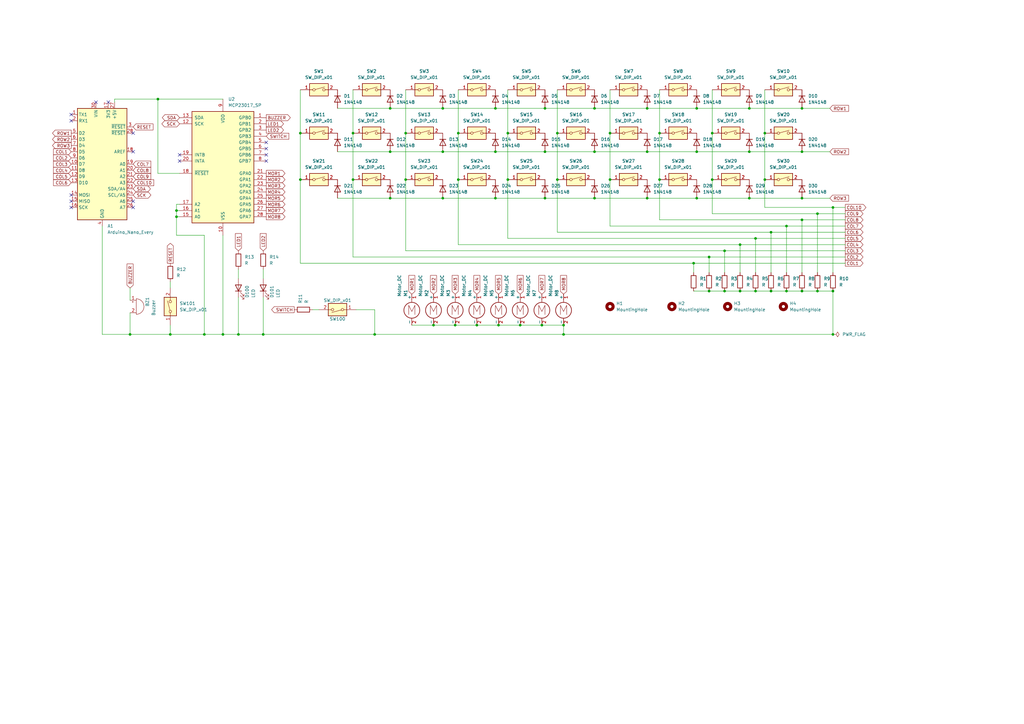
<source format=kicad_sch>
(kicad_sch (version 20250114) (generator "eeschema") (generator_version "9.0")
  (paper "A3")
  (title_block (title "Trainer V5") (date "2025-10-05") (rev "5"))
  (lib_symbols
    (symbol "Device:Buzzer" (pin_names (offset 0.0254) (hide yes))
      (property "Reference" "BZ" (at 3.81 1.27 0))
      (property "Value" "Buzzer" (at 3.81 -1.27 0))
      (symbol "Buzzer_1_1"
        (pin passive line (at -2.54 2.54 0) (length 2.54) (name "+") (number "1"))
        (pin passive line (at -2.54 -2.54 0) (length 2.54) (name "-") (number "2"))
      )
    )
    (symbol "Device:LED" (pin_numbers (hide yes)) (pin_names (offset 1.016) (hide yes))
      (property "Reference" "D" (at 0 2.54 0))
      (property "Value" "LED" (at 0 -2.54 0))
      (symbol "LED_1_1"
        (pin passive line (at -3.81 0 0) (length 2.54) (name "K") (number "1"))
        (pin passive line (at 3.81 0 180) (length 2.54) (name "A") (number "2"))
      )
    )
    (symbol "Device:R" (pin_numbers (hide yes)) (pin_names (offset 0))
      (property "Reference" "R" (at 2.032 0 90))
      (property "Value" "R" (at 0 0 90))
      (symbol "R_1_1"
        (pin passive line (at 0 3.81 270) (length 1.27) (name "~") (number "1"))
        (pin passive line (at 0 -3.81 90) (length 1.27) (name "~") (number "2"))
      )
    )
    (symbol "Diode:1N4148" (pin_numbers (hide yes)) (pin_names (hide yes))
      (property "Reference" "D" (at 0 2.54 0))
      (property "Value" "1N4148" (at 0 -2.54 0))
      (symbol "1N4148_1_1"
        (pin passive line (at -3.81 0 0) (length 2.54) (name "K") (number "1"))
        (pin passive line (at 3.81 0 180) (length 2.54) (name "A") (number "2"))
      )
    )
    (symbol "Interface_Expansion:MCP23017_SP" (pin_names (offset 1.016))
      (property "Reference" "U" (at -11.43 24.13 0))
      (property "Value" "MCP23017_SP" (at 0 0 0))
      (symbol "MCP23017_SP_1_1"
        (pin bidirectional line (at -17.78 20.32 0) (length 5.08) (name "SDA") (number "13"))
        (pin input line (at -17.78 17.78 0) (length 5.08) (name "SCK") (number "12"))
        (pin tri_state line (at -17.78 5.08 0) (length 5.08) (name "INTB") (number "19"))
        (pin tri_state line (at -17.78 2.54 0) (length 5.08) (name "INTA") (number "20"))
        (pin input line (at -17.78 -2.54 0) (length 5.08) (name "~{RESET}") (number "18"))
        (pin input line (at -17.78 -15.24 0) (length 5.08) (name "A2") (number "17"))
        (pin input line (at -17.78 -17.78 0) (length 5.08) (name "A1") (number "16"))
        (pin input line (at -17.78 -20.32 0) (length 5.08) (name "A0") (number "15"))
        (pin no_connect line (at -12.7 15.24 0) (length 5.08) (hide yes) (name "NC") (number "11"))
        (pin no_connect line (at -12.7 12.7 0) (length 5.08) (hide yes) (name "NC") (number "14"))
        (pin power_in line (at 0 27.94 270) (length 5.08) (name "VDD") (number "9"))
        (pin power_in line (at 0 -27.94 90) (length 5.08) (name "VSS") (number "10"))
        (pin bidirectional line (at 17.78 20.32 180) (length 5.08) (name "GPB0") (number "1"))
        (pin bidirectional line (at 17.78 17.78 180) (length 5.08) (name "GPB1") (number "2"))
        (pin bidirectional line (at 17.78 15.24 180) (length 5.08) (name "GPB2") (number "3"))
        (pin bidirectional line (at 17.78 12.7 180) (length 5.08) (name "GPB3") (number "4"))
        (pin bidirectional line (at 17.78 10.16 180) (length 5.08) (name "GPB4") (number "5"))
        (pin bidirectional line (at 17.78 7.62 180) (length 5.08) (name "GPB5") (number "6"))
        (pin bidirectional line (at 17.78 5.08 180) (length 5.08) (name "GPB6") (number "7"))
        (pin output line (at 17.78 2.54 180) (length 5.08) (name "GPB7") (number "8"))
        (pin bidirectional line (at 17.78 -2.54 180) (length 5.08) (name "GPA0") (number "21"))
        (pin bidirectional line (at 17.78 -5.08 180) (length 5.08) (name "GPA1") (number "22"))
        (pin bidirectional line (at 17.78 -7.62 180) (length 5.08) (name "GPA2") (number "23"))
        (pin bidirectional line (at 17.78 -10.16 180) (length 5.08) (name "GPA3") (number "24"))
        (pin bidirectional line (at 17.78 -12.7 180) (length 5.08) (name "GPA4") (number "25"))
        (pin bidirectional line (at 17.78 -15.24 180) (length 5.08) (name "GPA5") (number "26"))
        (pin bidirectional line (at 17.78 -17.78 180) (length 5.08) (name "GPA6") (number "27"))
        (pin output line (at 17.78 -20.32 180) (length 5.08) (name "GPA7") (number "28"))
      )
    )
    (symbol "LED_1" (pin_numbers (hide yes)) (pin_names (offset 1.016) (hide yes))
      (property "Reference" "D" (at 0 2.54 0))
      (property "Value" "LED" (at 0 -2.54 0))
      (symbol "LED_1_1_1"
        (pin passive line (at -3.81 0 0) (length 2.54) (name "K") (number "1"))
        (pin passive line (at 3.81 0 180) (length 2.54) (name "A") (number "2"))
      )
    )
    (symbol "MCU_Module:Arduino_Nano_Every"
      (property "Reference" "A" (at -10.16 23.495 0))
      (property "Value" "Arduino_Nano_Every" (at 5.08 -24.13 0))
      (symbol "Arduino_Nano_Every_1_1"
        (pin bidirectional line (at -12.7 20.32 0) (length 2.54) (name "TX1") (number "1"))
        (pin bidirectional line (at -12.7 17.78 0) (length 2.54) (name "RX1") (number "2"))
        (pin bidirectional line (at -12.7 12.7 0) (length 2.54) (name "D2") (number "5"))
        (pin bidirectional line (at -12.7 10.16 0) (length 2.54) (name "D3") (number "6"))
        (pin bidirectional line (at -12.7 7.62 0) (length 2.54) (name "D4") (number "7"))
        (pin bidirectional line (at -12.7 5.08 0) (length 2.54) (name "D5") (number "8"))
        (pin bidirectional line (at -12.7 2.54 0) (length 2.54) (name "D6") (number "9"))
        (pin bidirectional line (at -12.7 0 0) (length 2.54) (name "D7") (number "10"))
        (pin bidirectional line (at -12.7 -2.54 0) (length 2.54) (name "D8") (number "11"))
        (pin bidirectional line (at -12.7 -5.08 0) (length 2.54) (name "D9") (number "12"))
        (pin bidirectional line (at -12.7 -7.62 0) (length 2.54) (name "D10") (number "13"))
        (pin bidirectional line (at -12.7 -12.7 0) (length 2.54) (name "MOSI") (number "14"))
        (pin bidirectional line (at -12.7 -15.24 0) (length 2.54) (name "MISO") (number "15"))
        (pin bidirectional line (at -12.7 -17.78 0) (length 2.54) (name "SCK") (number "16"))
        (pin power_in line (at -2.54 25.4 270) (length 2.54) (name "VIN") (number "30"))
        (pin passive line (at 0 -25.4 90) (length 2.54) (hide yes) (name "GND") (number "29"))
        (pin power_in line (at 0 -25.4 90) (length 2.54) (name "GND") (number "4"))
        (pin power_out line (at 2.54 25.4 270) (length 2.54) (name "3V3") (number "17"))
        (pin power_out line (at 5.08 25.4 270) (length 2.54) (name "+5V") (number "27"))
        (pin input line (at 12.7 15.24 180) (length 2.54) (name "~{RESET}") (number "3"))
        (pin input line (at 12.7 12.7 180) (length 2.54) (name "~{RESET}") (number "28"))
        (pin input line (at 12.7 5.08 180) (length 2.54) (name "AREF") (number "18"))
        (pin bidirectional line (at 12.7 0 180) (length 2.54) (name "A0") (number "19"))
        (pin bidirectional line (at 12.7 -2.54 180) (length 2.54) (name "A1") (number "20"))
        (pin bidirectional line (at 12.7 -5.08 180) (length 2.54) (name "A2") (number "21"))
        (pin bidirectional line (at 12.7 -7.62 180) (length 2.54) (name "A3") (number "22"))
        (pin bidirectional line (at 12.7 -10.16 180) (length 2.54) (name "SDA/A4") (number "23"))
        (pin bidirectional line (at 12.7 -12.7 180) (length 2.54) (name "SCL/A5") (number "24"))
        (pin bidirectional line (at 12.7 -15.24 180) (length 2.54) (name "A6") (number "25"))
        (pin bidirectional line (at 12.7 -17.78 180) (length 2.54) (name "A7") (number "26"))
      )
    )
    (symbol "Mechanical:MountingHole" (pin_names (offset 1.016)) (exclude_from_sim yes) (in_bom no)
      (property "Reference" "H" (at 0 5.08 0))
      (property "Value" "MountingHole" (at 0 3.175 0))
    )
    (symbol "Motor:Motor_DC" (pin_names (offset 0))
      (property "Reference" "M" (at 2.54 2.54 0))
      (property "Value" "Motor_DC" (at 2.54 -5.08 0))
      (symbol "Motor_DC_1_1"
        (pin passive line (at 0 5.08 270) (length 2.54) (name "+") (number "1"))
        (pin passive line (at 0 -7.62 90) (length 2.54) (name "-") (number "2"))
      )
    )
    (symbol "Switch:SW_DIP_x01" (pin_names (offset 0) (hide yes))
      (property "Reference" "SW" (at 0 3.81 0))
      (property "Value" "SW_DIP_x01" (at 0 -3.81 0))
      (symbol "SW_DIP_x01_1_1"
        (pin passive line (at -7.62 0 0) (length 5.08) (name "~") (number "1"))
        (pin passive line (at 7.62 0 180) (length 5.08) (name "~") (number "2"))
      )
    )
    (symbol "power:PWR_FLAG" (power) (pin_numbers (hide yes)) (pin_names (offset 0) (hide yes))
      (property "Value" "PWR_FLAG" (at 0 3.81 0))
      (symbol "PWR_FLAG_0_0"
        (pin power_out line (at 0 0 90) (length 0) (name "~") (number "1"))
      )
    )
  )
  (junction (at 313.69 73.66))
  (junction (at 307.34 81.28))
  (junction (at 328.93 119.38))
  (junction (at 316.23 95.25))
  (junction (at 72.39 86.36))
  (junction (at 290.83 119.38))
  (junction (at 231.14 137.16))
  (junction (at 204.47 133.35))
  (junction (at 83.82 137.16))
  (junction (at 297.18 102.87))
  (junction (at 322.58 92.71))
  (junction (at 97.79 137.16))
  (junction (at 153.67 137.16))
  (junction (at 335.28 87.63))
  (junction (at 144.78 54.61))
  (junction (at 160.02 62.23))
  (junction (at 223.52 81.28))
  (junction (at 223.52 62.23))
  (junction (at 292.1 73.66))
  (junction (at 166.37 73.66))
  (junction (at 231.14 133.35))
  (junction (at 341.63 137.16))
  (junction (at 243.84 81.28))
  (junction (at 285.75 81.28))
  (junction (at 72.39 88.9))
  (junction (at 341.63 119.38))
  (junction (at 181.61 44.45))
  (junction (at 187.96 73.66))
  (junction (at 316.23 119.38))
  (junction (at 250.19 73.66))
  (junction (at 160.02 44.45))
  (junction (at 292.1 54.61))
  (junction (at 335.28 119.38))
  (junction (at 228.6 54.61))
  (junction (at 208.28 54.61))
  (junction (at 285.75 44.45))
  (junction (at 303.53 100.33))
  (junction (at 203.2 62.23))
  (junction (at 228.6 73.66))
  (junction (at 69.85 137.16))
  (junction (at 265.43 81.28))
  (junction (at 181.61 62.23))
  (junction (at 322.58 119.38))
  (junction (at 290.83 105.41))
  (junction (at 123.19 54.61))
  (junction (at 195.58 133.35))
  (junction (at 341.63 85.09))
  (junction (at 265.43 44.45))
  (junction (at 208.28 73.66))
  (junction (at 144.78 73.66))
  (junction (at 243.84 62.23))
  (junction (at 284.48 107.95))
  (junction (at 309.88 97.79))
  (junction (at 177.8 133.35))
  (junction (at 328.93 90.17))
  (junction (at 270.51 54.61))
  (junction (at 64.77 40.64))
  (junction (at 166.37 54.61))
  (junction (at 303.53 119.38))
  (junction (at 53.34 137.16))
  (junction (at 307.34 44.45))
  (junction (at 313.69 54.61))
  (junction (at 181.61 81.28))
  (junction (at 250.19 54.61))
  (junction (at 203.2 81.28))
  (junction (at 223.52 44.45))
  (junction (at 270.51 73.66))
  (junction (at 328.93 44.45))
  (junction (at 307.34 62.23))
  (junction (at 213.36 133.35))
  (junction (at 107.95 137.16))
  (junction (at 186.69 133.35))
  (junction (at 243.84 44.45))
  (junction (at 328.93 81.28))
  (junction (at 123.19 73.66))
  (junction (at 265.43 62.23))
  (junction (at 328.93 62.23))
  (junction (at 160.02 81.28))
  (junction (at 203.2 44.45))
  (junction (at 222.25 133.35))
  (junction (at 285.75 62.23))
  (junction (at 309.88 119.38))
  (junction (at 91.44 137.16))
  (junction (at 187.96 54.61))
  (junction (at 297.18 119.38))
  (no_connect (at 29.21 85.09))
  (no_connect (at 44.45 41.91))
  (no_connect (at 29.21 46.99))
  (no_connect (at 109.22 63.5))
  (no_connect (at 54.61 85.09))
  (no_connect (at 73.66 66.04))
  (no_connect (at 109.22 66.04))
  (no_connect (at 109.22 60.96))
  (no_connect (at 29.21 49.53))
  (no_connect (at 39.37 41.91))
  (no_connect (at 29.21 80.01))
  (no_connect (at 29.21 82.55))
  (no_connect (at 109.22 58.42))
  (no_connect (at 73.66 63.5))
  (no_connect (at 54.61 54.61))
  (no_connect (at 54.61 62.23))
  (no_connect (at 54.61 82.55))
  (wire (pts (xy 168.91 133.35) (xy 177.8 133.35)))
  (wire (pts (xy 265.43 44.45) (xy 285.75 44.45)))
  (wire (pts (xy 309.88 97.79) (xy 208.28 97.79)))
  (wire (pts (xy 83.82 96.52) (xy 83.82 137.16)))
  (wire (pts (xy 250.19 54.61) (xy 250.19 73.66)))
  (wire (pts (xy 313.69 54.61) (xy 313.69 73.66)))
  (wire (pts (xy 160.02 81.28) (xy 181.61 81.28)))
  (wire (pts (xy 290.83 119.38) (xy 297.18 119.38)))
  (wire (pts (xy 146.05 127) (xy 153.67 127)))
  (wire (pts (xy 270.51 73.66) (xy 270.51 90.17)))
  (wire (pts (xy 53.34 118.11) (xy 53.34 123.19)))
  (wire (pts (xy 284.48 107.95) (xy 346.71 107.95)))
  (wire (pts (xy 231.14 137.16) (xy 153.67 137.16)))
  (wire (pts (xy 41.91 92.71) (xy 41.91 137.16)))
  (wire (pts (xy 285.75 62.23) (xy 307.34 62.23)))
  (wire (pts (xy 265.43 62.23) (xy 285.75 62.23)))
  (wire (pts (xy 123.19 54.61) (xy 123.19 73.66)))
  (wire (pts (xy 72.39 83.82) (xy 72.39 86.36)))
  (wire (pts (xy 284.48 111.76) (xy 284.48 107.95)))
  (wire (pts (xy 328.93 44.45) (xy 340.36 44.45)))
  (wire (pts (xy 160.02 62.23) (xy 181.61 62.23)))
  (wire (pts (xy 290.83 105.41) (xy 144.78 105.41)))
  (wire (pts (xy 73.66 83.82) (xy 72.39 83.82)))
  (wire (pts (xy 123.19 73.66) (xy 123.19 107.95)))
  (wire (pts (xy 69.85 115.57) (xy 69.85 118.11)))
  (wire (pts (xy 166.37 54.61) (xy 166.37 73.66)))
  (wire (pts (xy 208.28 73.66) (xy 208.28 97.79)))
  (wire (pts (xy 292.1 36.83) (xy 292.1 54.61)))
  (wire (pts (xy 303.53 119.38) (xy 309.88 119.38)))
  (wire (pts (xy 187.96 54.61) (xy 187.96 73.66)))
  (wire (pts (xy 181.61 44.45) (xy 203.2 44.45)))
  (wire (pts (xy 64.77 40.64) (xy 91.44 40.64)))
  (wire (pts (xy 346.71 105.41) (xy 290.83 105.41)))
  (wire (pts (xy 228.6 54.61) (xy 228.6 73.66)))
  (wire (pts (xy 270.51 54.61) (xy 270.51 73.66)))
  (wire (pts (xy 346.71 97.79) (xy 309.88 97.79)))
  (wire (pts (xy 228.6 36.83) (xy 228.6 54.61)))
  (wire (pts (xy 328.93 90.17) (xy 270.51 90.17)))
  (wire (pts (xy 309.88 119.38) (xy 316.23 119.38)))
  (wire (pts (xy 341.63 111.76) (xy 341.63 85.09)))
  (wire (pts (xy 138.43 81.28) (xy 160.02 81.28)))
  (wire (pts (xy 313.69 36.83) (xy 313.69 54.61)))
  (wire (pts (xy 208.28 54.61) (xy 208.28 73.66)))
  (wire (pts (xy 328.93 62.23) (xy 340.36 62.23)))
  (wire (pts (xy 307.34 44.45) (xy 328.93 44.45)))
  (wire (pts (xy 97.79 137.16) (xy 91.44 137.16)))
  (wire (pts (xy 73.66 71.12) (xy 64.77 71.12)))
  (wire (pts (xy 250.19 36.83) (xy 250.19 54.61)))
  (wire (pts (xy 222.25 133.35) (xy 231.14 133.35)))
  (wire (pts (xy 290.83 111.76) (xy 290.83 105.41)))
  (wire (pts (xy 303.53 111.76) (xy 303.53 100.33)))
  (wire (pts (xy 144.78 54.61) (xy 144.78 73.66)))
  (wire (pts (xy 307.34 81.28) (xy 328.93 81.28)))
  (wire (pts (xy 204.47 133.35) (xy 213.36 133.35)))
  (wire (pts (xy 346.71 92.71) (xy 322.58 92.71)))
  (wire (pts (xy 128.27 127) (xy 130.81 127)))
  (wire (pts (xy 223.52 44.45) (xy 243.84 44.45)))
  (wire (pts (xy 223.52 62.23) (xy 243.84 62.23)))
  (wire (pts (xy 270.51 36.83) (xy 270.51 54.61)))
  (wire (pts (xy 265.43 81.28) (xy 285.75 81.28)))
  (wire (pts (xy 292.1 73.66) (xy 292.1 87.63)))
  (wire (pts (xy 203.2 62.23) (xy 223.52 62.23)))
  (wire (pts (xy 313.69 73.66) (xy 313.69 85.09)))
  (wire (pts (xy 208.28 36.83) (xy 208.28 54.61)))
  (wire (pts (xy 69.85 137.16) (xy 69.85 133.35)))
  (wire (pts (xy 195.58 133.35) (xy 204.47 133.35)))
  (wire (pts (xy 181.61 81.28) (xy 203.2 81.28)))
  (wire (pts (xy 153.67 137.16) (xy 107.95 137.16)))
  (wire (pts (xy 303.53 100.33) (xy 187.96 100.33)))
  (wire (pts (xy 297.18 102.87) (xy 166.37 102.87)))
  (wire (pts (xy 322.58 111.76) (xy 322.58 92.71)))
  (wire (pts (xy 328.93 111.76) (xy 328.93 90.17)))
  (wire (pts (xy 72.39 96.52) (xy 83.82 96.52)))
  (wire (pts (xy 243.84 81.28) (xy 265.43 81.28)))
  (wire (pts (xy 41.91 137.16) (xy 53.34 137.16)))
  (wire (pts (xy 138.43 44.45) (xy 160.02 44.45)))
  (wire (pts (xy 187.96 73.66) (xy 187.96 100.33)))
  (wire (pts (xy 203.2 44.45) (xy 223.52 44.45)))
  (wire (pts (xy 335.28 111.76) (xy 335.28 87.63)))
  (wire (pts (xy 53.34 128.27) (xy 53.34 137.16)))
  (wire (pts (xy 316.23 95.25) (xy 228.6 95.25)))
  (wire (pts (xy 292.1 54.61) (xy 292.1 73.66)))
  (wire (pts (xy 91.44 137.16) (xy 83.82 137.16)))
  (wire (pts (xy 64.77 40.64) (xy 64.77 71.12)))
  (wire (pts (xy 91.44 96.52) (xy 91.44 137.16)))
  (wire (pts (xy 166.37 36.83) (xy 166.37 54.61)))
  (wire (pts (xy 231.14 137.16) (xy 341.63 137.16)))
  (wire (pts (xy 335.28 119.38) (xy 341.63 119.38)))
  (wire (pts (xy 83.82 137.16) (xy 69.85 137.16)))
  (wire (pts (xy 243.84 44.45) (xy 265.43 44.45)))
  (wire (pts (xy 250.19 73.66) (xy 250.19 92.71)))
  (wire (pts (xy 160.02 44.45) (xy 181.61 44.45)))
  (wire (pts (xy 309.88 111.76) (xy 309.88 97.79)))
  (wire (pts (xy 346.71 90.17) (xy 328.93 90.17)))
  (wire (pts (xy 313.69 85.09) (xy 341.63 85.09)))
  (wire (pts (xy 328.93 119.38) (xy 335.28 119.38)))
  (wire (pts (xy 297.18 111.76) (xy 297.18 102.87)))
  (wire (pts (xy 123.19 107.95) (xy 284.48 107.95)))
  (wire (pts (xy 335.28 87.63) (xy 346.71 87.63)))
  (wire (pts (xy 285.75 44.45) (xy 307.34 44.45)))
  (wire (pts (xy 181.61 62.23) (xy 203.2 62.23)))
  (wire (pts (xy 144.78 73.66) (xy 144.78 105.41)))
  (wire (pts (xy 316.23 119.38) (xy 322.58 119.38)))
  (wire (pts (xy 223.52 81.28) (xy 243.84 81.28)))
  (wire (pts (xy 53.34 137.16) (xy 69.85 137.16)))
  (wire (pts (xy 186.69 133.35) (xy 195.58 133.35)))
  (wire (pts (xy 203.2 81.28) (xy 223.52 81.28)))
  (wire (pts (xy 346.71 95.25) (xy 316.23 95.25)))
  (wire (pts (xy 107.95 137.16) (xy 97.79 137.16)))
  (wire (pts (xy 307.34 62.23) (xy 328.93 62.23)))
  (wire (pts (xy 228.6 73.66) (xy 228.6 95.25)))
  (wire (pts (xy 187.96 36.83) (xy 187.96 54.61)))
  (wire (pts (xy 107.95 121.92) (xy 107.95 137.16)))
  (wire (pts (xy 153.67 127) (xy 153.67 137.16)))
  (wire (pts (xy 328.93 81.28) (xy 340.36 81.28)))
  (wire (pts (xy 292.1 87.63) (xy 335.28 87.63)))
  (wire (pts (xy 72.39 86.36) (xy 72.39 88.9)))
  (wire (pts (xy 138.43 62.23) (xy 160.02 62.23)))
  (wire (pts (xy 284.48 119.38) (xy 290.83 119.38)))
  (wire (pts (xy 177.8 133.35) (xy 186.69 133.35)))
  (wire (pts (xy 346.71 100.33) (xy 303.53 100.33)))
  (wire (pts (xy 346.71 102.87) (xy 297.18 102.87)))
  (wire (pts (xy 123.19 36.83) (xy 123.19 54.61)))
  (wire (pts (xy 231.14 133.35) (xy 231.14 137.16)))
  (wire (pts (xy 341.63 85.09) (xy 346.71 85.09)))
  (wire (pts (xy 46.99 40.64) (xy 46.99 41.91)))
  (wire (pts (xy 73.66 86.36) (xy 72.39 86.36)))
  (wire (pts (xy 316.23 111.76) (xy 316.23 95.25)))
  (wire (pts (xy 97.79 110.49) (xy 97.79 114.3)))
  (wire (pts (xy 97.79 121.92) (xy 97.79 137.16)))
  (wire (pts (xy 213.36 133.35) (xy 222.25 133.35)))
  (wire (pts (xy 285.75 81.28) (xy 307.34 81.28)))
  (wire (pts (xy 322.58 119.38) (xy 328.93 119.38)))
  (wire (pts (xy 46.99 40.64) (xy 64.77 40.64)))
  (wire (pts (xy 322.58 92.71) (xy 250.19 92.71)))
  (wire (pts (xy 341.63 119.38) (xy 341.63 137.16)))
  (wire (pts (xy 166.37 73.66) (xy 166.37 102.87)))
  (wire (pts (xy 297.18 119.38) (xy 303.53 119.38)))
  (wire (pts (xy 107.95 110.49) (xy 107.95 114.3)))
  (wire (pts (xy 72.39 88.9) (xy 72.39 96.52)))
  (wire (pts (xy 144.78 36.83) (xy 144.78 54.61)))
  (wire (pts (xy 73.66 88.9) (xy 72.39 88.9)))
  (wire (pts (xy 243.84 62.23) (xy 265.43 62.23)))
  (global_label "MOR4" (shape output) (at 109.22 78.74 0) (property "Intersheetrefs" "${INTERSHEET_REFS}" (effects (hide yes))))
  (global_label "SDA" (shape bidirectional) (at 73.66 48.26 180) (property "Intersheetrefs" "${INTERSHEET_REFS}" (effects (hide yes))))
  (global_label "COL3" (shape input) (at 29.21 67.31 180) (property "Intersheetrefs" "${INTERSHEET_REFS}" (effects (hide yes))))
  (global_label "COL4" (shape output) (at 346.71 100.33 0) (property "Intersheetrefs" "${INTERSHEET_REFS}" (effects (hide yes))))
  (global_label "MOR1" (shape input) (at 168.91 120.65 90) (property "Intersheetrefs" "${INTERSHEET_REFS}" (effects (hide yes))))
  (global_label "LED1" (shape input) (at 97.79 102.87 90) (property "Intersheetrefs" "${INTERSHEET_REFS}" (effects (hide yes))))
  (global_label "COL6" (shape output) (at 346.71 95.25 0) (property "Intersheetrefs" "${INTERSHEET_REFS}" (effects (hide yes))))
  (global_label "COL7" (shape input) (at 54.61 67.31 0) (property "Intersheetrefs" "${INTERSHEET_REFS}" (effects (hide yes))))
  (global_label "COL7" (shape output) (at 346.71 92.71 0) (property "Intersheetrefs" "${INTERSHEET_REFS}" (effects (hide yes))))
  (global_label "COL1" (shape output) (at 346.71 107.95 0) (property "Intersheetrefs" "${INTERSHEET_REFS}" (effects (hide yes))))
  (global_label "ROW3" (shape input) (at 340.36 81.28 0) (property "Intersheetrefs" "${INTERSHEET_REFS}" (effects (hide yes))))
  (global_label "MOR5" (shape output) (at 109.22 81.28 0) (property "Intersheetrefs" "${INTERSHEET_REFS}" (effects (hide yes))))
  (global_label "SWITCH" (shape input) (at 109.22 55.88 0) (property "Intersheetrefs" "${INTERSHEET_REFS}" (effects (hide yes))))
  (global_label "COL2" (shape output) (at 346.71 105.41 0) (property "Intersheetrefs" "${INTERSHEET_REFS}" (effects (hide yes))))
  (global_label "COL8" (shape input) (at 54.61 69.85 0) (property "Intersheetrefs" "${INTERSHEET_REFS}" (effects (hide yes))))
  (global_label "RESET" (shape output) (at 69.85 107.95 90) (property "Intersheetrefs" "${INTERSHEET_REFS}" (effects (hide yes))))
  (global_label "COL9" (shape output) (at 346.71 87.63 0) (property "Intersheetrefs" "${INTERSHEET_REFS}" (effects (hide yes))))
  (global_label "MOR6" (shape output) (at 109.22 83.82 0) (property "Intersheetrefs" "${INTERSHEET_REFS}" (effects (hide yes))))
  (global_label "RESET" (shape input) (at 54.61 52.07 0) (property "Intersheetrefs" "${INTERSHEET_REFS}" (effects (hide yes))))
  (global_label "COL2" (shape input) (at 29.21 64.77 180) (property "Intersheetrefs" "${INTERSHEET_REFS}" (effects (hide yes))))
  (global_label "MOR8" (shape output) (at 109.22 88.9 0) (property "Intersheetrefs" "${INTERSHEET_REFS}" (effects (hide yes))))
  (global_label "SCK" (shape bidirectional) (at 73.66 50.8 180) (property "Intersheetrefs" "${INTERSHEET_REFS}" (effects (hide yes))))
  (global_label "COL6" (shape input) (at 29.21 74.93 180) (property "Intersheetrefs" "${INTERSHEET_REFS}" (effects (hide yes))))
  (global_label "ROW2" (shape output) (at 29.21 57.15 180) (property "Intersheetrefs" "${INTERSHEET_REFS}" (effects (hide yes))))
  (global_label "COL10" (shape output) (at 346.71 85.09 0) (property "Intersheetrefs" "${INTERSHEET_REFS}" (effects (hide yes))))
  (global_label "MOR5" (shape input) (at 204.47 120.65 90) (property "Intersheetrefs" "${INTERSHEET_REFS}" (effects (hide yes))))
  (global_label "MOR3" (shape output) (at 109.22 76.2 0) (property "Intersheetrefs" "${INTERSHEET_REFS}" (effects (hide yes))))
  (global_label "LED2" (shape output) (at 109.22 53.34 0) (property "Intersheetrefs" "${INTERSHEET_REFS}" (effects (hide yes))))
  (global_label "SDA" (shape bidirectional) (at 54.61 77.47 0) (property "Intersheetrefs" "${INTERSHEET_REFS}" (effects (hide yes))))
  (global_label "COL9" (shape input) (at 54.61 72.39 0) (property "Intersheetrefs" "${INTERSHEET_REFS}" (effects (hide yes))))
  (global_label "COL10" (shape input) (at 54.61 74.93 0) (property "Intersheetrefs" "${INTERSHEET_REFS}" (effects (hide yes))))
  (global_label "LED1" (shape output) (at 109.22 50.8 0) (property "Intersheetrefs" "${INTERSHEET_REFS}" (effects (hide yes))))
  (global_label "ROW3" (shape output) (at 29.21 59.69 180) (property "Intersheetrefs" "${INTERSHEET_REFS}" (effects (hide yes))))
  (global_label "SWITCH" (shape output) (at 120.65 127 180) (property "Intersheetrefs" "${INTERSHEET_REFS}" (effects (hide yes))))
  (global_label "COL8" (shape output) (at 346.71 90.17 0) (property "Intersheetrefs" "${INTERSHEET_REFS}" (effects (hide yes))))
  (global_label "MOR8" (shape input) (at 231.14 120.65 90) (property "Intersheetrefs" "${INTERSHEET_REFS}" (effects (hide yes))))
  (global_label "MOR7" (shape input) (at 222.25 120.65 90) (property "Intersheetrefs" "${INTERSHEET_REFS}" (effects (hide yes))))
  (global_label "COL5" (shape output) (at 346.71 97.79 0) (property "Intersheetrefs" "${INTERSHEET_REFS}" (effects (hide yes))))
  (global_label "MOR1" (shape output) (at 109.22 71.12 0) (property "Intersheetrefs" "${INTERSHEET_REFS}" (effects (hide yes))))
  (global_label "BUZZER" (shape input) (at 53.34 118.11 90) (property "Intersheetrefs" "${INTERSHEET_REFS}" (effects (hide yes))))
  (global_label "COL5" (shape input) (at 29.21 72.39 180) (property "Intersheetrefs" "${INTERSHEET_REFS}" (effects (hide yes))))
  (global_label "MOR2" (shape input) (at 177.8 120.65 90) (property "Intersheetrefs" "${INTERSHEET_REFS}" (effects (hide yes))))
  (global_label "ROW1" (shape output) (at 29.21 54.61 180) (property "Intersheetrefs" "${INTERSHEET_REFS}" (effects (hide yes))))
  (global_label "MOR2" (shape output) (at 109.22 73.66 0) (property "Intersheetrefs" "${INTERSHEET_REFS}" (effects (hide yes))))
  (global_label "MOR7" (shape output) (at 109.22 86.36 0) (property "Intersheetrefs" "${INTERSHEET_REFS}" (effects (hide yes))))
  (global_label "ROW2" (shape input) (at 340.36 62.23 0) (property "Intersheetrefs" "${INTERSHEET_REFS}" (effects (hide yes))))
  (global_label "MOR3" (shape input) (at 186.69 120.65 90) (property "Intersheetrefs" "${INTERSHEET_REFS}" (effects (hide yes))))
  (global_label "SCK" (shape bidirectional) (at 54.61 80.01 0) (property "Intersheetrefs" "${INTERSHEET_REFS}" (effects (hide yes))))
  (global_label "COL3" (shape output) (at 346.71 102.87 0) (property "Intersheetrefs" "${INTERSHEET_REFS}" (effects (hide yes))))
  (global_label "LED2" (shape input) (at 107.95 102.87 90) (property "Intersheetrefs" "${INTERSHEET_REFS}" (effects (hide yes))))
  (global_label "ROW1" (shape input) (at 340.36 44.45 0) (property "Intersheetrefs" "${INTERSHEET_REFS}" (effects (hide yes))))
  (global_label "MOR4" (shape input) (at 195.58 120.65 90) (property "Intersheetrefs" "${INTERSHEET_REFS}" (effects (hide yes))))
  (global_label "BUZZER" (shape output) (at 109.22 48.26 0) (property "Intersheetrefs" "${INTERSHEET_REFS}" (effects (hide yes))))
  (global_label "COL1" (shape input) (at 29.21 62.23 180) (property "Intersheetrefs" "${INTERSHEET_REFS}" (effects (hide yes))))
  (global_label "COL4" (shape input) (at 29.21 69.85 180) (property "Intersheetrefs" "${INTERSHEET_REFS}" (effects (hide yes))))
  (global_label "MOR6" (shape input) (at 213.36 120.65 90) (property "Intersheetrefs" "${INTERSHEET_REFS}" (effects (hide yes))))
  (symbol (lib_id "Diode:1N4148") (at 223.52 40.64 270) (unit 1)
    (property "Reference" "D5" (at 226.06 39.3699 90) (effects (justify left)))
    (property "Value" "1N4148" (at 226.06 41.9099 90) (effects (justify left)))
    (property "Footprint" "diode-b:D_DO-35_SOD27_P7.62mm_Horizontal-b" (effects (hide yes)))
    (property "Datasheet" "https://assets.nexperia.com/documents/data-sheet/1N4148_1N4448.pdf" (effects (hide yes)))
    (property "Description" "100V 0.15A standard switching diode, DO-35" (effects (hide yes)))
    (property "Sim.Device" "D" (effects (hide yes)))
    (property "Sim.Pins" "1=K 2=A" (effects (hide yes)))
  )
  (symbol (lib_id "Switch:SW_DIP_x01") (at 278.13 36.83 0) (unit 1)
    (property "Reference" "SW8" (at 278.13 29.21 0))
    (property "Value" "SW_DIP_x01" (at 278.13 31.75 0))
    (property "Footprint" "Button_Switch_Keyboard:SW_Cherry_MX_1.00u_PCB" (effects (hide yes)))
    (property "Description" "1x DIP Switch, Single Pole Single Throw (SPST) switch, small symbol" (effects (hide yes)))
  )
  (symbol (lib_id "Switch:SW_DIP_x01") (at 236.22 36.83 0) (unit 1)
    (property "Reference" "SW6" (at 236.22 29.21 0))
    (property "Value" "SW_DIP_x01" (at 236.22 31.75 0))
    (property "Footprint" "Button_Switch_Keyboard:SW_Cherry_MX_1.00u_PCB" (effects (hide yes)))
    (property "Description" "1x DIP Switch, Single Pole Single Throw (SPST) switch, small symbol" (effects (hide yes)))
  )
  (symbol (lib_id "Diode:1N4148") (at 138.43 40.64 270) (unit 1)
    (property "Reference" "D1" (at 140.97 39.3699 90) (effects (justify left)))
    (property "Value" "1N4148" (at 140.97 41.9099 90) (effects (justify left)))
    (property "Footprint" "diode-b:D_DO-35_SOD27_P7.62mm_Horizontal-b" (effects (hide yes)))
    (property "Datasheet" "https://assets.nexperia.com/documents/data-sheet/1N4148_1N4448.pdf" (effects (hide yes)))
    (property "Description" "100V 0.15A standard switching diode, DO-35" (effects (hide yes)))
    (property "Sim.Device" "D" (effects (hide yes)))
    (property "Sim.Pins" "1=K 2=A" (effects (hide yes)))
  )
  (symbol (lib_id "Device:R") (at 316.23 115.57 0) (unit 1)
    (property "Reference" "R6" (at 318.77 114.2999 0) (effects (justify left)))
    (property "Value" "R" (at 318.77 116.8399 0) (effects (justify left)))
    (property "Footprint" "Resistor_THT:R_Axial_DIN0207_L6.3mm_D2.5mm_P10.16mm_Horizontal" (effects (hide yes)))
    (property "Description" "Resistor" (effects (hide yes)))
  )
  (symbol (lib_id "Switch:SW_DIP_x01") (at 257.81 54.61 0) (unit 1)
    (property "Reference" "SW17" (at 257.81 46.99 0))
    (property "Value" "SW_DIP_x01" (at 257.81 49.53 0))
    (property "Footprint" "Button_Switch_Keyboard:SW_Cherry_MX_1.00u_PCB" (effects (hide yes)))
    (property "Description" "1x DIP Switch, Single Pole Single Throw (SPST) switch, small symbol" (effects (hide yes)))
  )
  (symbol (lib_id "Switch:SW_DIP_x01") (at 130.81 54.61 0) (unit 1)
    (property "Reference" "SW11" (at 130.81 46.99 0))
    (property "Value" "SW_DIP_x01" (at 130.81 49.53 0))
    (property "Footprint" "Button_Switch_Keyboard:SW_Cherry_MX_1.00u_PCB" (effects (hide yes)))
    (property "Description" "1x DIP Switch, Single Pole Single Throw (SPST) switch, small symbol" (effects (hide yes)))
  )
  (symbol (lib_id "Switch:SW_DIP_x01") (at 321.31 54.61 0) (unit 1)
    (property "Reference" "SW20" (at 321.31 46.99 0))
    (property "Value" "SW_DIP_x01" (at 321.31 49.53 0))
    (property "Footprint" "Button_Switch_Keyboard:SW_Cherry_MX_1.00u_PCB" (effects (hide yes)))
    (property "Description" "1x DIP Switch, Single Pole Single Throw (SPST) switch, small symbol" (effects (hide yes)))
  )
  (symbol (lib_id "Diode:1N4148") (at 160.02 77.47 270) (unit 1)
    (property "Reference" "D22" (at 162.56 76.1999 90) (effects (justify left)))
    (property "Value" "1N4148" (at 162.56 78.7399 90) (effects (justify left)))
    (property "Footprint" "diode-b:D_DO-35_SOD27_P7.62mm_Horizontal-b" (effects (hide yes)))
    (property "Datasheet" "https://assets.nexperia.com/documents/data-sheet/1N4148_1N4448.pdf" (effects (hide yes)))
    (property "Description" "100V 0.15A standard switching diode, DO-35" (effects (hide yes)))
    (property "Sim.Device" "D" (effects (hide yes)))
    (property "Sim.Pins" "1=K 2=A" (effects (hide yes)))
  )
  (symbol (lib_id "Switch:SW_DIP_x01") (at 173.99 36.83 0) (unit 1)
    (property "Reference" "SW3" (at 173.99 29.21 0))
    (property "Value" "SW_DIP_x01" (at 173.99 31.75 0))
    (property "Footprint" "Button_Switch_Keyboard:SW_Cherry_MX_1.00u_PCB" (effects (hide yes)))
    (property "Description" "1x DIP Switch, Single Pole Single Throw (SPST) switch, small symbol" (effects (hide yes)))
  )
  (symbol (lib_id "Device:LED") (at 107.95 118.11 90) (unit 1)
    (property "Reference" "D101" (at 111.506 122.174 0) (effects (justify left)))
    (property "Value" "LED" (at 114.046 122.174 0) (effects (justify left)))
    (property "Footprint" "LED_THT:LED_D5.0mm_FlatTop" (effects (hide yes)))
    (property "Description" "Light emitting diode" (effects (hide yes)))
    (property "Sim.Pins" "1=K 2=A" (effects (hide yes)))
  )
  (symbol (lib_id "Diode:1N4148") (at 181.61 40.64 270) (unit 1)
    (property "Reference" "D3" (at 184.15 39.3699 90) (effects (justify left)))
    (property "Value" "1N4148" (at 184.15 41.9099 90) (effects (justify left)))
    (property "Footprint" "diode-b:D_DO-35_SOD27_P7.62mm_Horizontal-b" (effects (hide yes)))
    (property "Datasheet" "https://assets.nexperia.com/documents/data-sheet/1N4148_1N4448.pdf" (effects (hide yes)))
    (property "Description" "100V 0.15A standard switching diode, DO-35" (effects (hide yes)))
    (property "Sim.Device" "D" (effects (hide yes)))
    (property "Sim.Pins" "1=K 2=A" (effects (hide yes)))
  )
  (symbol (lib_id "Switch:SW_DIP_x01") (at 173.99 54.61 0) (unit 1)
    (property "Reference" "SW13" (at 173.99 46.99 0))
    (property "Value" "SW_DIP_x01" (at 173.99 49.53 0))
    (property "Footprint" "Button_Switch_Keyboard:SW_Cherry_MX_1.00u_PCB" (effects (hide yes)))
    (property "Description" "1x DIP Switch, Single Pole Single Throw (SPST) switch, small symbol" (effects (hide yes)))
  )
  (symbol (lib_id "Motor:Motor_DC") (at 195.58 125.73 0) (mirror y) (unit 1)
    (property "Reference" "M4" (at 192.786 121.666 90) (effects (justify left)))
    (property "Value" "Motor_DC" (at 190.246 121.666 90) (effects (justify left)))
    (property "Footprint" "Connector_PinHeader_2.54mm:PinHeader_1x02_P2.54mm_Vertical" (effects (hide yes)))
    (property "Description" "DC Motor" (effects (hide yes)))
  )
  (symbol (lib_id "Switch:SW_DIP_x01") (at 195.58 36.83 0) (unit 1)
    (property "Reference" "SW4" (at 195.58 29.21 0))
    (property "Value" "SW_DIP_x01" (at 195.58 31.75 0))
    (property "Footprint" "Button_Switch_Keyboard:SW_Cherry_MX_1.00u_PCB" (effects (hide yes)))
    (property "Description" "1x DIP Switch, Single Pole Single Throw (SPST) switch, small symbol" (effects (hide yes)))
  )
  (symbol (lib_id "Diode:1N4148") (at 243.84 58.42 270) (unit 1)
    (property "Reference" "D16" (at 246.38 57.1499 90) (effects (justify left)))
    (property "Value" "1N4148" (at 246.38 59.6899 90) (effects (justify left)))
    (property "Footprint" "diode-b:D_DO-35_SOD27_P7.62mm_Horizontal-b" (effects (hide yes)))
    (property "Datasheet" "https://assets.nexperia.com/documents/data-sheet/1N4148_1N4448.pdf" (effects (hide yes)))
    (property "Description" "100V 0.15A standard switching diode, DO-35" (effects (hide yes)))
    (property "Sim.Device" "D" (effects (hide yes)))
    (property "Sim.Pins" "1=K 2=A" (effects (hide yes)))
  )
  (symbol (lib_id "Device:R") (at 290.83 115.57 0) (unit 1)
    (property "Reference" "R2" (at 293.37 114.2999 0) (effects (justify left)))
    (property "Value" "R" (at 293.37 116.8399 0) (effects (justify left)))
    (property "Footprint" "Resistor_THT:R_Axial_DIN0207_L6.3mm_D2.5mm_P10.16mm_Horizontal" (effects (hide yes)))
    (property "Description" "Resistor" (effects (hide yes)))
  )
  (symbol (lib_id "Switch:SW_DIP_x01") (at 257.81 73.66 0) (unit 1)
    (property "Reference" "SW27" (at 257.81 66.04 0))
    (property "Value" "SW_DIP_x01" (at 257.81 68.58 0))
    (property "Footprint" "Button_Switch_Keyboard:SW_Cherry_MX_1.00u_PCB" (effects (hide yes)))
    (property "Description" "1x DIP Switch, Single Pole Single Throw (SPST) switch, small symbol" (effects (hide yes)))
  )
  (symbol (lib_id "Interface_Expansion:MCP23017_SP") (at 91.44 68.58 0) (unit 1)
    (property "Reference" "U2" (at 93.5833 40.64 0) (effects (justify left)))
    (property "Value" "MCP23017_SP" (at 93.5833 43.18 0) (effects (justify left)))
    (property "Footprint" "Package_DIP:DIP-28_W7.62mm" (effects (hide yes)))
    (property "Datasheet" "https://ww1.microchip.com/downloads/aemDocuments/documents/APID/ProductDocuments/DataSheets/MCP23017-Data-Sheet-DS20001952.pdf" (effects (hide yes)))
    (property "Description" "16-bit I/O expander, I2C, interrupts, w pull-ups, SPDIP-28" (effects (hide yes)))
  )
  (symbol (lib_id "Diode:1N4148") (at 265.43 58.42 270) (unit 1)
    (property "Reference" "D17" (at 267.97 57.1499 90) (effects (justify left)))
    (property "Value" "1N4148" (at 267.97 59.6899 90) (effects (justify left)))
    (property "Footprint" "diode-b:D_DO-35_SOD27_P7.62mm_Horizontal-b" (effects (hide yes)))
    (property "Datasheet" "https://assets.nexperia.com/documents/data-sheet/1N4148_1N4448.pdf" (effects (hide yes)))
    (property "Description" "100V 0.15A standard switching diode, DO-35" (effects (hide yes)))
    (property "Sim.Device" "D" (effects (hide yes)))
    (property "Sim.Pins" "1=K 2=A" (effects (hide yes)))
  )
  (symbol (lib_id "Switch:SW_DIP_x01") (at 299.72 73.66 0) (unit 1)
    (property "Reference" "SW29" (at 299.72 66.04 0))
    (property "Value" "SW_DIP_x01" (at 299.72 68.58 0))
    (property "Footprint" "Button_Switch_Keyboard:SW_Cherry_MX_1.00u_PCB" (effects (hide yes)))
    (property "Description" "1x DIP Switch, Single Pole Single Throw (SPST) switch, small symbol" (effects (hide yes)))
  )
  (symbol (lib_id "Motor:Motor_DC") (at 186.69 125.73 0) (mirror y) (unit 1)
    (property "Reference" "M3" (at 183.896 121.666 90) (effects (justify left)))
    (property "Value" "Motor_DC" (at 181.356 121.666 90) (effects (justify left)))
    (property "Footprint" "Connector_PinHeader_2.54mm:PinHeader_1x02_P2.54mm_Vertical" (effects (hide yes)))
    (property "Description" "DC Motor" (effects (hide yes)))
  )
  (symbol (lib_id "power:PWR_FLAG") (at 341.63 137.16 270) (unit 1)
    (property "Reference" "#FLG01" (effects (hide yes)))
    (property "Value" "PWR_FLAG" (at 345.44 137.1599 90) (effects (justify left)))
    (property "Description" "Special symbol for telling ERC where power comes from" (effects (hide yes)))
  )
  (symbol (lib_id "Diode:1N4148") (at 307.34 77.47 270) (unit 1)
    (property "Reference" "D29" (at 309.88 76.1999 90) (effects (justify left)))
    (property "Value" "1N4148" (at 309.88 78.7399 90) (effects (justify left)))
    (property "Footprint" "diode-b:D_DO-35_SOD27_P7.62mm_Horizontal-b" (effects (hide yes)))
    (property "Datasheet" "https://assets.nexperia.com/documents/data-sheet/1N4148_1N4448.pdf" (effects (hide yes)))
    (property "Description" "100V 0.15A standard switching diode, DO-35" (effects (hide yes)))
    (property "Sim.Device" "D" (effects (hide yes)))
    (property "Sim.Pins" "1=K 2=A" (effects (hide yes)))
  )
  (symbol (lib_id "Device:R") (at 328.93 115.57 0) (unit 1)
    (property "Reference" "R8" (at 331.47 114.2999 0) (effects (justify left)))
    (property "Value" "R" (at 331.47 116.8399 0) (effects (justify left)))
    (property "Footprint" "Resistor_THT:R_Axial_DIN0207_L6.3mm_D2.5mm_P10.16mm_Horizontal" (effects (hide yes)))
    (property "Description" "Resistor" (effects (hide yes)))
  )
  (symbol (lib_id "Device:R") (at 124.46 127 270) (unit 1)
    (property "Reference" "R11" (at 123.1899 124.46 0) (effects (justify right)))
    (property "Value" "R" (at 125.7299 124.46 0) (effects (justify right)))
    (property "Footprint" "Resistor_THT:R_Axial_DIN0207_L6.3mm_D2.5mm_P10.16mm_Horizontal" (effects (hide yes)))
    (property "Description" "Resistor" (effects (hide yes)))
  )
  (symbol (lib_id "Switch:SW_DIP_x01") (at 173.99 73.66 0) (unit 1)
    (property "Reference" "SW23" (at 173.99 66.04 0))
    (property "Value" "SW_DIP_x01" (at 173.99 68.58 0))
    (property "Footprint" "Button_Switch_Keyboard:SW_Cherry_MX_1.00u_PCB" (effects (hide yes)))
    (property "Description" "1x DIP Switch, Single Pole Single Throw (SPST) switch, small symbol" (effects (hide yes)))
  )
  (symbol (lib_id "Diode:1N4148") (at 328.93 40.64 270) (unit 1)
    (property "Reference" "D10" (at 331.47 39.3699 90) (effects (justify left)))
    (property "Value" "1N4148" (at 331.47 41.9099 90) (effects (justify left)))
    (property "Footprint" "diode-b:D_DO-35_SOD27_P7.62mm_Horizontal-b" (effects (hide yes)))
    (property "Datasheet" "https://assets.nexperia.com/documents/data-sheet/1N4148_1N4448.pdf" (effects (hide yes)))
    (property "Description" "100V 0.15A standard switching diode, DO-35" (effects (hide yes)))
    (property "Sim.Device" "D" (effects (hide yes)))
    (property "Sim.Pins" "1=K 2=A" (effects (hide yes)))
  )
  (symbol (lib_id "Diode:1N4148") (at 328.93 77.47 270) (unit 1)
    (property "Reference" "D30" (at 331.47 76.1999 90) (effects (justify left)))
    (property "Value" "1N4148" (at 331.47 78.7399 90) (effects (justify left)))
    (property "Footprint" "diode-b:D_DO-35_SOD27_P7.62mm_Horizontal-b" (effects (hide yes)))
    (property "Datasheet" "https://assets.nexperia.com/documents/data-sheet/1N4148_1N4448.pdf" (effects (hide yes)))
    (property "Description" "100V 0.15A standard switching diode, DO-35" (effects (hide yes)))
    (property "Sim.Device" "D" (effects (hide yes)))
    (property "Sim.Pins" "1=K 2=A" (effects (hide yes)))
  )
  (symbol (lib_id "Switch:SW_DIP_x01") (at 299.72 54.61 0) (unit 1)
    (property "Reference" "SW19" (at 299.72 46.99 0))
    (property "Value" "SW_DIP_x01" (at 299.72 49.53 0))
    (property "Footprint" "Button_Switch_Keyboard:SW_Cherry_MX_1.00u_PCB" (effects (hide yes)))
    (property "Description" "1x DIP Switch, Single Pole Single Throw (SPST) switch, small symbol" (effects (hide yes)))
  )
  (symbol (lib_id "Device:R") (at 107.95 106.68 180) (unit 1)
    (property "Reference" "R14" (at 110.49 105.4099 0) (effects (justify right)))
    (property "Value" "R" (at 110.49 107.9499 0) (effects (justify right)))
    (property "Footprint" "Resistor_THT:R_Axial_DIN0207_L6.3mm_D2.5mm_P10.16mm_Horizontal" (effects (hide yes)))
    (property "Description" "Resistor" (effects (hide yes)))
  )
  (symbol (lib_id "Motor:Motor_DC") (at 204.47 125.73 0) (mirror y) (unit 1)
    (property "Reference" "M5" (at 201.676 121.666 90) (effects (justify left)))
    (property "Value" "Motor_DC" (at 199.136 121.666 90) (effects (justify left)))
    (property "Footprint" "Connector_PinHeader_2.54mm:PinHeader_1x02_P2.54mm_Vertical" (effects (hide yes)))
    (property "Description" "DC Motor" (effects (hide yes)))
  )
  (symbol (lib_id "Motor:Motor_DC") (at 231.14 125.73 0) (mirror y) (unit 1)
    (property "Reference" "M8" (at 228.346 121.666 90) (effects (justify left)))
    (property "Value" "Motor_DC" (at 225.806 121.666 90) (effects (justify left)))
    (property "Footprint" "Connector_PinHeader_2.54mm:PinHeader_1x02_P2.54mm_Vertical" (effects (hide yes)))
    (property "Description" "DC Motor" (effects (hide yes)))
  )
  (symbol (lib_id "Switch:SW_DIP_x01") (at 215.9 73.66 0) (unit 1)
    (property "Reference" "SW25" (at 215.9 66.04 0))
    (property "Value" "SW_DIP_x01" (at 215.9 68.58 0))
    (property "Footprint" "Button_Switch_Keyboard:SW_Cherry_MX_1.00u_PCB" (effects (hide yes)))
    (property "Description" "1x DIP Switch, Single Pole Single Throw (SPST) switch, small symbol" (effects (hide yes)))
  )
  (symbol (lib_id "Diode:1N4148") (at 138.43 77.47 270) (unit 1)
    (property "Reference" "D21" (at 140.97 76.1999 90) (effects (justify left)))
    (property "Value" "1N4148" (at 140.97 78.7399 90) (effects (justify left)))
    (property "Footprint" "diode-b:D_DO-35_SOD27_P7.62mm_Horizontal-b" (effects (hide yes)))
    (property "Datasheet" "https://assets.nexperia.com/documents/data-sheet/1N4148_1N4448.pdf" (effects (hide yes)))
    (property "Description" "100V 0.15A standard switching diode, DO-35" (effects (hide yes)))
    (property "Sim.Device" "D" (effects (hide yes)))
    (property "Sim.Pins" "1=K 2=A" (effects (hide yes)))
  )
  (symbol (lib_id "Switch:SW_DIP_x01") (at 138.43 127 180) (unit 1)
    (property "Reference" "SW100" (at 138.43 130.81 0))
    (property "Value" "SW_DIP_x01" (at 138.43 123.19 0))
    (property "Footprint" "Button_Switch_THT:SW_PUSH_1P1T_6x3.5mm_H4.3_APEM_MJTP1243" (effects (hide yes)))
    (property "Description" "1x DIP Switch, Single Pole Single Throw (SPST) switch, small symbol" (effects (hide yes)))
  )
  (symbol (lib_id "Switch:SW_DIP_x01") (at 278.13 54.61 0) (unit 1)
    (property "Reference" "SW18" (at 278.13 46.99 0))
    (property "Value" "SW_DIP_x01" (at 278.13 49.53 0))
    (property "Footprint" "Button_Switch_Keyboard:SW_Cherry_MX_1.00u_PCB" (effects (hide yes)))
    (property "Description" "1x DIP Switch, Single Pole Single Throw (SPST) switch, small symbol" (effects (hide yes)))
  )
  (symbol (lib_id "Mechanical:MountingHole") (at 275.59 125.73 0) (unit 1) (exclude_from_sim yes) (in_bom no)
    (property "Reference" "H2" (at 278.13 124.4599 0) (effects (justify left)))
    (property "Value" "MountingHole" (at 278.13 126.9999 0) (effects (justify left)))
    (property "Footprint" "MountingHole:MountingHole_3.2mm_M3" (effects (hide yes)))
    (property "Description" "Mounting Hole without connection" (effects (hide yes)))
  )
  (symbol (lib_id "Mechanical:MountingHole") (at 298.45 125.73 0) (unit 1) (exclude_from_sim yes) (in_bom no)
    (property "Reference" "H3" (at 300.99 124.4599 0) (effects (justify left)))
    (property "Value" "MountingHole" (at 300.99 126.9999 0) (effects (justify left)))
    (property "Footprint" "MountingHole:MountingHole_3.2mm_M3" (effects (hide yes)))
    (property "Description" "Mounting Hole without connection" (effects (hide yes)))
  )
  (symbol (lib_id "Mechanical:MountingHole") (at 321.31 125.73 0) (unit 1) (exclude_from_sim yes) (in_bom no)
    (property "Reference" "H4" (at 323.85 124.4599 0) (effects (justify left)))
    (property "Value" "MountingHole" (at 323.85 126.9999 0) (effects (justify left)))
    (property "Footprint" "MountingHole:MountingHole_3.2mm_M3" (effects (hide yes)))
    (property "Description" "Mounting Hole without connection" (effects (hide yes)))
  )
  (symbol (lib_id "Diode:1N4148") (at 285.75 40.64 270) (unit 1)
    (property "Reference" "D8" (at 288.29 39.3699 90) (effects (justify left)))
    (property "Value" "1N4148" (at 288.29 41.9099 90) (effects (justify left)))
    (property "Footprint" "diode-b:D_DO-35_SOD27_P7.62mm_Horizontal-b" (effects (hide yes)))
    (property "Datasheet" "https://assets.nexperia.com/documents/data-sheet/1N4148_1N4448.pdf" (effects (hide yes)))
    (property "Description" "100V 0.15A standard switching diode, DO-35" (effects (hide yes)))
    (property "Sim.Device" "D" (effects (hide yes)))
    (property "Sim.Pins" "1=K 2=A" (effects (hide yes)))
  )
  (symbol (lib_id "Diode:1N4148") (at 203.2 58.42 270) (unit 1)
    (property "Reference" "D14" (at 205.74 57.1499 90) (effects (justify left)))
    (property "Value" "1N4148" (at 205.74 59.6899 90) (effects (justify left)))
    (property "Footprint" "diode-b:D_DO-35_SOD27_P7.62mm_Horizontal-b" (effects (hide yes)))
    (property "Datasheet" "https://assets.nexperia.com/documents/data-sheet/1N4148_1N4448.pdf" (effects (hide yes)))
    (property "Description" "100V 0.15A standard switching diode, DO-35" (effects (hide yes)))
    (property "Sim.Device" "D" (effects (hide yes)))
    (property "Sim.Pins" "1=K 2=A" (effects (hide yes)))
  )
  (symbol (lib_id "Switch:SW_DIP_x01") (at 152.4 54.61 0) (unit 1)
    (property "Reference" "SW12" (at 152.4 46.99 0))
    (property "Value" "SW_DIP_x01" (at 152.4 49.53 0))
    (property "Footprint" "Button_Switch_Keyboard:SW_Cherry_MX_1.00u_PCB" (effects (hide yes)))
    (property "Description" "1x DIP Switch, Single Pole Single Throw (SPST) switch, small symbol" (effects (hide yes)))
  )
  (symbol (lib_id "Device:Buzzer") (at 55.88 125.73 0) (unit 1)
    (property "Reference" "BZ1" (at 60.452 125.73 90) (effects (justify left)))
    (property "Value" "Buzzer" (at 62.992 129.54 90) (effects (justify left)))
    (property "Footprint" "Buzzer_Beeper:Buzzer_TDK_PS1240P02BT_D12.2mm_H6.5mm" (effects (hide yes)))
    (property "Description" "Buzzer, polarized" (effects (hide yes)))
  )
  (symbol (lib_id "Diode:1N4148") (at 160.02 40.64 270) (unit 1)
    (property "Reference" "D2" (at 162.56 39.3699 90) (effects (justify left)))
    (property "Value" "1N4148" (at 162.56 41.9099 90) (effects (justify left)))
    (property "Footprint" "diode-b:D_DO-35_SOD27_P7.62mm_Horizontal-b" (effects (hide yes)))
    (property "Datasheet" "https://assets.nexperia.com/documents/data-sheet/1N4148_1N4448.pdf" (effects (hide yes)))
    (property "Description" "100V 0.15A standard switching diode, DO-35" (effects (hide yes)))
    (property "Sim.Device" "D" (effects (hide yes)))
    (property "Sim.Pins" "1=K 2=A" (effects (hide yes)))
  )
  (symbol (lib_id "Device:R") (at 284.48 115.57 0) (unit 1)
    (property "Reference" "R1" (at 287.02 114.2999 0) (effects (justify left)))
    (property "Value" "R" (at 287.02 116.8399 0) (effects (justify left)))
    (property "Footprint" "Resistor_THT:R_Axial_DIN0207_L6.3mm_D2.5mm_P10.16mm_Horizontal" (effects (hide yes)))
    (property "Description" "Resistor" (effects (hide yes)))
  )
  (symbol (lib_id "Device:R") (at 341.63 115.57 180) (unit 1)
    (property "Reference" "R10" (at 344.17 114.2999 0) (effects (justify right)))
    (property "Value" "R" (at 344.17 116.8399 0) (effects (justify right)))
    (property "Footprint" "Resistor_THT:R_Axial_DIN0207_L6.3mm_D2.5mm_P10.16mm_Horizontal" (effects (hide yes)))
    (property "Description" "Resistor" (effects (hide yes)))
  )
  (symbol (lib_id "Switch:SW_DIP_x01") (at 215.9 54.61 0) (unit 1)
    (property "Reference" "SW15" (at 215.9 46.99 0))
    (property "Value" "SW_DIP_x01" (at 215.9 49.53 0))
    (property "Footprint" "Button_Switch_Keyboard:SW_Cherry_MX_1.00u_PCB" (effects (hide yes)))
    (property "Description" "1x DIP Switch, Single Pole Single Throw (SPST) switch, small symbol" (effects (hide yes)))
  )
  (symbol (lib_id "Diode:1N4148") (at 243.84 77.47 270) (unit 1)
    (property "Reference" "D26" (at 246.38 76.1999 90) (effects (justify left)))
    (property "Value" "1N4148" (at 246.38 78.7399 90) (effects (justify left)))
    (property "Footprint" "diode-b:D_DO-35_SOD27_P7.62mm_Horizontal-b" (effects (hide yes)))
    (property "Datasheet" "https://assets.nexperia.com/documents/data-sheet/1N4148_1N4448.pdf" (effects (hide yes)))
    (property "Description" "100V 0.15A standard switching diode, DO-35" (effects (hide yes)))
    (property "Sim.Device" "D" (effects (hide yes)))
    (property "Sim.Pins" "1=K 2=A" (effects (hide yes)))
  )
  (symbol (lib_id "Switch:SW_DIP_x01") (at 69.85 125.73 90) (unit 1)
    (property "Reference" "SW101" (at 73.66 124.4599 90) (effects (justify right)))
    (property "Value" "SW_DIP_x01" (at 73.66 126.9999 90) (effects (justify right)))
    (property "Footprint" "Button_Switch_THT:SW_PUSH_1P1T_6x3.5mm_H4.3_APEM_MJTP1243" (effects (hide yes)))
    (property "Description" "1x DIP Switch, Single Pole Single Throw (SPST) switch, small symbol" (effects (hide yes)))
  )
  (symbol (lib_id "Diode:1N4148") (at 307.34 40.64 270) (unit 1)
    (property "Reference" "D9" (at 309.88 39.3699 90) (effects (justify left)))
    (property "Value" "1N4148" (at 309.88 41.9099 90) (effects (justify left)))
    (property "Footprint" "diode-b:D_DO-35_SOD27_P7.62mm_Horizontal-b" (effects (hide yes)))
    (property "Datasheet" "https://assets.nexperia.com/documents/data-sheet/1N4148_1N4448.pdf" (effects (hide yes)))
    (property "Description" "100V 0.15A standard switching diode, DO-35" (effects (hide yes)))
    (property "Sim.Device" "D" (effects (hide yes)))
    (property "Sim.Pins" "1=K 2=A" (effects (hide yes)))
  )
  (symbol (lib_id "Switch:SW_DIP_x01") (at 236.22 73.66 0) (unit 1)
    (property "Reference" "SW26" (at 236.22 66.04 0))
    (property "Value" "SW_DIP_x01" (at 236.22 68.58 0))
    (property "Footprint" "Button_Switch_Keyboard:SW_Cherry_MX_1.00u_PCB" (effects (hide yes)))
    (property "Description" "1x DIP Switch, Single Pole Single Throw (SPST) switch, small symbol" (effects (hide yes)))
  )
  (symbol (lib_id "Motor:Motor_DC") (at 222.25 125.73 0) (mirror y) (unit 1)
    (property "Reference" "M7" (at 219.202 121.666 90) (effects (justify left)))
    (property "Value" "Motor_DC" (at 216.662 121.666 90) (effects (justify left)))
    (property "Footprint" "Connector_PinHeader_2.54mm:PinHeader_1x02_P2.54mm_Vertical" (effects (hide yes)))
    (property "Description" "DC Motor" (effects (hide yes)))
  )
  (symbol (lib_id "Switch:SW_DIP_x01") (at 152.4 73.66 0) (unit 1)
    (property "Reference" "SW22" (at 152.4 66.04 0))
    (property "Value" "SW_DIP_x01" (at 152.4 68.58 0))
    (property "Footprint" "Button_Switch_Keyboard:SW_Cherry_MX_1.00u_PCB" (effects (hide yes)))
    (property "Description" "1x DIP Switch, Single Pole Single Throw (SPST) switch, small symbol" (effects (hide yes)))
  )
  (symbol (lib_id "Switch:SW_DIP_x01") (at 195.58 54.61 0) (unit 1)
    (property "Reference" "SW14" (at 195.58 46.99 0))
    (property "Value" "SW_DIP_x01" (at 195.58 49.53 0))
    (property "Footprint" "Button_Switch_Keyboard:SW_Cherry_MX_1.00u_PCB" (effects (hide yes)))
    (property "Description" "1x DIP Switch, Single Pole Single Throw (SPST) switch, small symbol" (effects (hide yes)))
  )
  (symbol (lib_id "Switch:SW_DIP_x01") (at 278.13 73.66 0) (unit 1)
    (property "Reference" "SW28" (at 278.13 66.04 0))
    (property "Value" "SW_DIP_x01" (at 278.13 68.58 0))
    (property "Footprint" "Button_Switch_Keyboard:SW_Cherry_MX_1.00u_PCB" (effects (hide yes)))
    (property "Description" "1x DIP Switch, Single Pole Single Throw (SPST) switch, small symbol" (effects (hide yes)))
  )
  (symbol (lib_id "Mechanical:MountingHole") (at 250.19 125.73 0) (unit 1) (exclude_from_sim yes) (in_bom no)
    (property "Reference" "H1" (at 252.73 124.4599 0) (effects (justify left)))
    (property "Value" "MountingHole" (at 252.73 126.9999 0) (effects (justify left)))
    (property "Footprint" "MountingHole:MountingHole_3.2mm_M3" (effects (hide yes)))
    (property "Description" "Mounting Hole without connection" (effects (hide yes)))
  )
  (symbol (lib_id "Switch:SW_DIP_x01") (at 236.22 54.61 0) (unit 1)
    (property "Reference" "SW16" (at 236.22 46.99 0))
    (property "Value" "SW_DIP_x01" (at 236.22 49.53 0))
    (property "Footprint" "Button_Switch_Keyboard:SW_Cherry_MX_1.00u_PCB" (effects (hide yes)))
    (property "Description" "1x DIP Switch, Single Pole Single Throw (SPST) switch, small symbol" (effects (hide yes)))
  )
  (symbol (lib_id "Device:R") (at 303.53 115.57 0) (unit 1)
    (property "Reference" "R4" (at 306.07 114.2999 0) (effects (justify left)))
    (property "Value" "R" (at 306.07 116.8399 0) (effects (justify left)))
    (property "Footprint" "Resistor_THT:R_Axial_DIN0207_L6.3mm_D2.5mm_P10.16mm_Horizontal" (effects (hide yes)))
    (property "Description" "Resistor" (effects (hide yes)))
  )
  (symbol (lib_id "Diode:1N4148") (at 285.75 77.47 270) (unit 1)
    (property "Reference" "D28" (at 288.29 76.1999 90) (effects (justify left)))
    (property "Value" "1N4148" (at 288.29 78.7399 90) (effects (justify left)))
    (property "Footprint" "diode-b:D_DO-35_SOD27_P7.62mm_Horizontal-b" (effects (hide yes)))
    (property "Datasheet" "https://assets.nexperia.com/documents/data-sheet/1N4148_1N4448.pdf" (effects (hide yes)))
    (property "Description" "100V 0.15A standard switching diode, DO-35" (effects (hide yes)))
    (property "Sim.Device" "D" (effects (hide yes)))
    (property "Sim.Pins" "1=K 2=A" (effects (hide yes)))
  )
  (symbol (lib_id "Motor:Motor_DC") (at 168.91 125.73 0) (mirror y) (unit 1)
    (property "Reference" "M1" (at 166.37 121.666 90) (effects (justify left)))
    (property "Value" "Motor_DC" (at 163.83 121.666 90) (effects (justify left)))
    (property "Footprint" "Connector_PinHeader_2.54mm:PinHeader_1x02_P2.54mm_Vertical" (effects (hide yes)))
    (property "Description" "DC Motor" (effects (hide yes)))
  )
  (symbol (lib_id "Diode:1N4148") (at 307.34 58.42 270) (unit 1)
    (property "Reference" "D19" (at 309.88 57.1499 90) (effects (justify left)))
    (property "Value" "1N4148" (at 309.88 59.6899 90) (effects (justify left)))
    (property "Footprint" "diode-b:D_DO-35_SOD27_P7.62mm_Horizontal-b" (effects (hide yes)))
    (property "Datasheet" "https://assets.nexperia.com/documents/data-sheet/1N4148_1N4448.pdf" (effects (hide yes)))
    (property "Description" "100V 0.15A standard switching diode, DO-35" (effects (hide yes)))
    (property "Sim.Device" "D" (effects (hide yes)))
    (property "Sim.Pins" "1=K 2=A" (effects (hide yes)))
  )
  (symbol (lib_id "Switch:SW_DIP_x01") (at 321.31 73.66 0) (unit 1)
    (property "Reference" "SW30" (at 321.31 66.04 0))
    (property "Value" "SW_DIP_x01" (at 321.31 68.58 0))
    (property "Footprint" "Button_Switch_Keyboard:SW_Cherry_MX_1.00u_PCB" (effects (hide yes)))
    (property "Description" "1x DIP Switch, Single Pole Single Throw (SPST) switch, small symbol" (effects (hide yes)))
  )
  (symbol (lib_id "Motor:Motor_DC") (at 213.36 125.73 0) (mirror y) (unit 1)
    (property "Reference" "M6" (at 210.312 121.666 90) (effects (justify left)))
    (property "Value" "Motor_DC" (at 207.772 121.666 90) (effects (justify left)))
    (property "Footprint" "Connector_PinHeader_2.54mm:PinHeader_1x02_P2.54mm_Vertical" (effects (hide yes)))
    (property "Description" "DC Motor" (effects (hide yes)))
  )
  (symbol (lib_id "Diode:1N4148") (at 328.93 58.42 270) (unit 1)
    (property "Reference" "D20" (at 331.47 57.1499 90) (effects (justify left)))
    (property "Value" "1N4148" (at 331.47 59.6899 90) (effects (justify left)))
    (property "Footprint" "diode-b:D_DO-35_SOD27_P7.62mm_Horizontal-b" (effects (hide yes)))
    (property "Datasheet" "https://assets.nexperia.com/documents/data-sheet/1N4148_1N4448.pdf" (effects (hide yes)))
    (property "Description" "100V 0.15A standard switching diode, DO-35" (effects (hide yes)))
    (property "Sim.Device" "D" (effects (hide yes)))
    (property "Sim.Pins" "1=K 2=A" (effects (hide yes)))
  )
  (symbol (lib_id "Switch:SW_DIP_x01") (at 215.9 36.83 0) (unit 1)
    (property "Reference" "SW5" (at 215.9 29.21 0))
    (property "Value" "SW_DIP_x01" (at 215.9 31.75 0))
    (property "Footprint" "Button_Switch_Keyboard:SW_Cherry_MX_1.00u_PCB" (effects (hide yes)))
    (property "Description" "1x DIP Switch, Single Pole Single Throw (SPST) switch, small symbol" (effects (hide yes)))
  )
  (symbol (lib_id "Diode:1N4148") (at 265.43 40.64 270) (unit 1)
    (property "Reference" "D7" (at 267.97 39.3699 90) (effects (justify left)))
    (property "Value" "1N4148" (at 267.97 41.9099 90) (effects (justify left)))
    (property "Footprint" "diode-b:D_DO-35_SOD27_P7.62mm_Horizontal-b" (effects (hide yes)))
    (property "Datasheet" "https://assets.nexperia.com/documents/data-sheet/1N4148_1N4448.pdf" (effects (hide yes)))
    (property "Description" "100V 0.15A standard switching diode, DO-35" (effects (hide yes)))
    (property "Sim.Device" "D" (effects (hide yes)))
    (property "Sim.Pins" "1=K 2=A" (effects (hide yes)))
  )
  (symbol (lib_id "Diode:1N4148") (at 285.75 58.42 270) (unit 1)
    (property "Reference" "D18" (at 288.29 57.1499 90) (effects (justify left)))
    (property "Value" "1N4148" (at 288.29 59.6899 90) (effects (justify left)))
    (property "Footprint" "diode-b:D_DO-35_SOD27_P7.62mm_Horizontal-b" (effects (hide yes)))
    (property "Datasheet" "https://assets.nexperia.com/documents/data-sheet/1N4148_1N4448.pdf" (effects (hide yes)))
    (property "Description" "100V 0.15A standard switching diode, DO-35" (effects (hide yes)))
    (property "Sim.Device" "D" (effects (hide yes)))
    (property "Sim.Pins" "1=K 2=A" (effects (hide yes)))
  )
  (symbol (lib_id "Switch:SW_DIP_x01") (at 257.81 36.83 0) (unit 1)
    (property "Reference" "SW7" (at 257.81 29.21 0))
    (property "Value" "SW_DIP_x01" (at 257.81 31.75 0))
    (property "Footprint" "Button_Switch_Keyboard:SW_Cherry_MX_1.00u_PCB" (effects (hide yes)))
    (property "Description" "1x DIP Switch, Single Pole Single Throw (SPST) switch, small symbol" (effects (hide yes)))
  )
  (symbol (lib_id "Switch:SW_DIP_x01") (at 299.72 36.83 0) (unit 1)
    (property "Reference" "SW9" (at 299.72 29.21 0))
    (property "Value" "SW_DIP_x01" (at 299.72 31.75 0))
    (property "Footprint" "Button_Switch_Keyboard:SW_Cherry_MX_1.00u_PCB" (effects (hide yes)))
    (property "Description" "1x DIP Switch, Single Pole Single Throw (SPST) switch, small symbol" (effects (hide yes)))
  )
  (symbol (lib_id "Switch:SW_DIP_x01") (at 130.81 36.83 0) (unit 1)
    (property "Reference" "SW1" (at 130.81 29.21 0))
    (property "Value" "SW_DIP_x01" (at 130.81 31.75 0))
    (property "Footprint" "Button_Switch_Keyboard:SW_Cherry_MX_1.00u_PCB" (effects (hide yes)))
    (property "Description" "1x DIP Switch, Single Pole Single Throw (SPST) switch, small symbol" (effects (hide yes)))
  )
  (symbol (lib_id "Motor:Motor_DC") (at 177.8 125.73 0) (mirror y) (unit 1)
    (property "Reference" "M2" (at 175.006 121.666 90) (effects (justify left)))
    (property "Value" "Motor_DC" (at 172.466 121.666 90) (effects (justify left)))
    (property "Footprint" "Connector_PinHeader_2.54mm:PinHeader_1x02_P2.54mm_Vertical" (effects (hide yes)))
    (property "Description" "DC Motor" (effects (hide yes)))
  )
  (symbol (lib_id "Switch:SW_DIP_x01") (at 152.4 36.83 0) (unit 1)
    (property "Reference" "SW2" (at 152.4 29.21 0))
    (property "Value" "SW_DIP_x01" (at 152.4 31.75 0))
    (property "Footprint" "Button_Switch_Keyboard:SW_Cherry_MX_1.00u_PCB" (effects (hide yes)))
    (property "Description" "1x DIP Switch, Single Pole Single Throw (SPST) switch, small symbol" (effects (hide yes)))
  )
  (symbol (lib_id "Diode:1N4148") (at 181.61 77.47 270) (unit 1)
    (property "Reference" "D23" (at 184.15 76.1999 90) (effects (justify left)))
    (property "Value" "1N4148" (at 184.15 78.7399 90) (effects (justify left)))
    (property "Footprint" "diode-b:D_DO-35_SOD27_P7.62mm_Horizontal-b" (effects (hide yes)))
    (property "Datasheet" "https://assets.nexperia.com/documents/data-sheet/1N4148_1N4448.pdf" (effects (hide yes)))
    (property "Description" "100V 0.15A standard switching diode, DO-35" (effects (hide yes)))
    (property "Sim.Device" "D" (effects (hide yes)))
    (property "Sim.Pins" "1=K 2=A" (effects (hide yes)))
  )
  (symbol (lib_id "Device:R") (at 97.79 106.68 180) (unit 1)
    (property "Reference" "R13" (at 100.33 105.4099 0) (effects (justify right)))
    (property "Value" "R" (at 100.33 107.9499 0) (effects (justify right)))
    (property "Footprint" "Resistor_THT:R_Axial_DIN0207_L6.3mm_D2.5mm_P10.16mm_Horizontal" (effects (hide yes)))
    (property "Description" "Resistor" (effects (hide yes)))
  )
  (symbol (lib_id "MCU_Module:Arduino_Nano_Every") (at 41.91 67.31 0) (unit 1)
    (property "Reference" "A1" (at 44.0533 92.71 0) (effects (justify left)))
    (property "Value" "Arduino_Nano_Every" (at 44.0533 95.25 0) (effects (justify left)))
    (property "Footprint" "Module:Arduino_Nano" (effects (hide yes)))
    (property "Datasheet" "https://content.arduino.cc/assets/NANOEveryV3.0_sch.pdf" (effects (hide yes)))
    (property "Description" "Arduino Nano Every" (effects (hide yes)))
  )
  (symbol (lib_id "Diode:1N4148") (at 265.43 77.47 270) (unit 1)
    (property "Reference" "D27" (at 267.97 76.1999 90) (effects (justify left)))
    (property "Value" "1N4148" (at 267.97 78.7399 90) (effects (justify left)))
    (property "Footprint" "diode-b:D_DO-35_SOD27_P7.62mm_Horizontal-b" (effects (hide yes)))
    (property "Datasheet" "https://assets.nexperia.com/documents/data-sheet/1N4148_1N4448.pdf" (effects (hide yes)))
    (property "Description" "100V 0.15A standard switching diode, DO-35" (effects (hide yes)))
    (property "Sim.Device" "D" (effects (hide yes)))
    (property "Sim.Pins" "1=K 2=A" (effects (hide yes)))
  )
  (symbol (lib_id "Device:R") (at 335.28 115.57 0) (unit 1)
    (property "Reference" "R9" (at 337.82 114.2999 0) (effects (justify left)))
    (property "Value" "R" (at 337.82 116.8399 0) (effects (justify left)))
    (property "Footprint" "Resistor_THT:R_Axial_DIN0207_L6.3mm_D2.5mm_P10.16mm_Horizontal" (effects (hide yes)))
    (property "Description" "Resistor" (effects (hide yes)))
  )
  (symbol (lib_id "Diode:1N4148") (at 203.2 77.47 270) (unit 1)
    (property "Reference" "D24" (at 205.74 76.1999 90) (effects (justify left)))
    (property "Value" "1N4148" (at 205.74 78.7399 90) (effects (justify left)))
    (property "Footprint" "diode-b:D_DO-35_SOD27_P7.62mm_Horizontal-b" (effects (hide yes)))
    (property "Datasheet" "https://assets.nexperia.com/documents/data-sheet/1N4148_1N4448.pdf" (effects (hide yes)))
    (property "Description" "100V 0.15A standard switching diode, DO-35" (effects (hide yes)))
    (property "Sim.Device" "D" (effects (hide yes)))
    (property "Sim.Pins" "1=K 2=A" (effects (hide yes)))
  )
  (symbol (lib_id "Device:R") (at 297.18 115.57 0) (unit 1)
    (property "Reference" "R3" (at 299.72 114.2999 0) (effects (justify left)))
    (property "Value" "R" (at 299.72 116.8399 0) (effects (justify left)))
    (property "Footprint" "Resistor_THT:R_Axial_DIN0207_L6.3mm_D2.5mm_P10.16mm_Horizontal" (effects (hide yes)))
    (property "Description" "Resistor" (effects (hide yes)))
  )
  (symbol (lib_id "Device:R") (at 69.85 111.76 180) (unit 1)
    (property "Reference" "R12" (at 72.39 110.4899 0) (effects (justify right)))
    (property "Value" "R" (at 72.39 113.0299 0) (effects (justify right)))
    (property "Footprint" "Resistor_THT:R_Axial_DIN0207_L6.3mm_D2.5mm_P10.16mm_Horizontal" (effects (hide yes)))
    (property "Description" "Resistor" (effects (hide yes)))
  )
  (symbol (lib_id "Diode:1N4148") (at 223.52 77.47 270) (unit 1)
    (property "Reference" "D25" (at 226.06 76.1999 90) (effects (justify left)))
    (property "Value" "1N4148" (at 226.06 78.7399 90) (effects (justify left)))
    (property "Footprint" "diode-b:D_DO-35_SOD27_P7.62mm_Horizontal-b" (effects (hide yes)))
    (property "Datasheet" "https://assets.nexperia.com/documents/data-sheet/1N4148_1N4448.pdf" (effects (hide yes)))
    (property "Description" "100V 0.15A standard switching diode, DO-35" (effects (hide yes)))
    (property "Sim.Device" "D" (effects (hide yes)))
    (property "Sim.Pins" "1=K 2=A" (effects (hide yes)))
  )
  (symbol (lib_id "Switch:SW_DIP_x01") (at 130.81 73.66 0) (unit 1)
    (property "Reference" "SW21" (at 130.81 66.04 0))
    (property "Value" "SW_DIP_x01" (at 130.81 68.58 0))
    (property "Footprint" "Button_Switch_Keyboard:SW_Cherry_MX_1.00u_PCB" (effects (hide yes)))
    (property "Description" "1x DIP Switch, Single Pole Single Throw (SPST) switch, small symbol" (effects (hide yes)))
  )
  (symbol (lib_id "Diode:1N4148") (at 138.43 58.42 270) (unit 1)
    (property "Reference" "D11" (at 140.97 57.1499 90) (effects (justify left)))
    (property "Value" "1N4148" (at 140.97 59.6899 90) (effects (justify left)))
    (property "Footprint" "diode-b:D_DO-35_SOD27_P7.62mm_Horizontal-b" (effects (hide yes)))
    (property "Datasheet" "https://assets.nexperia.com/documents/data-sheet/1N4148_1N4448.pdf" (effects (hide yes)))
    (property "Description" "100V 0.15A standard switching diode, DO-35" (effects (hide yes)))
    (property "Sim.Device" "D" (effects (hide yes)))
    (property "Sim.Pins" "1=K 2=A" (effects (hide yes)))
  )
  (symbol (lib_id "Device:R") (at 309.88 115.57 0) (unit 1)
    (property "Reference" "R5" (at 312.42 114.2999 0) (effects (justify left)))
    (property "Value" "R" (at 312.42 116.8399 0) (effects (justify left)))
    (property "Footprint" "Resistor_THT:R_Axial_DIN0207_L6.3mm_D2.5mm_P10.16mm_Horizontal" (effects (hide yes)))
    (property "Description" "Resistor" (effects (hide yes)))
  )
  (symbol (lib_id "Device:R") (at 322.58 115.57 0) (unit 1)
    (property "Reference" "R7" (at 325.12 114.2999 0) (effects (justify left)))
    (property "Value" "R" (at 325.12 116.8399 0) (effects (justify left)))
    (property "Footprint" "Resistor_THT:R_Axial_DIN0207_L6.3mm_D2.5mm_P10.16mm_Horizontal" (effects (hide yes)))
    (property "Description" "Resistor" (effects (hide yes)))
  )
  (symbol (lib_id "Diode:1N4148") (at 181.61 58.42 270) (unit 1)
    (property "Reference" "D13" (at 184.15 57.1499 90) (effects (justify left)))
    (property "Value" "1N4148" (at 184.15 59.6899 90) (effects (justify left)))
    (property "Footprint" "diode-b:D_DO-35_SOD27_P7.62mm_Horizontal-b" (effects (hide yes)))
    (property "Datasheet" "https://assets.nexperia.com/documents/data-sheet/1N4148_1N4448.pdf" (effects (hide yes)))
    (property "Description" "100V 0.15A standard switching diode, DO-35" (effects (hide yes)))
    (property "Sim.Device" "D" (effects (hide yes)))
    (property "Sim.Pins" "1=K 2=A" (effects (hide yes)))
  )
  (symbol (lib_id "Diode:1N4148") (at 160.02 58.42 270) (unit 1)
    (property "Reference" "D12" (at 162.56 57.1499 90) (effects (justify left)))
    (property "Value" "1N4148" (at 162.56 59.6899 90) (effects (justify left)))
    (property "Footprint" "diode-b:D_DO-35_SOD27_P7.62mm_Horizontal-b" (effects (hide yes)))
    (property "Datasheet" "https://assets.nexperia.com/documents/data-sheet/1N4148_1N4448.pdf" (effects (hide yes)))
    (property "Description" "100V 0.15A standard switching diode, DO-35" (effects (hide yes)))
    (property "Sim.Device" "D" (effects (hide yes)))
    (property "Sim.Pins" "1=K 2=A" (effects (hide yes)))
  )
  (symbol (lib_id "Diode:1N4148") (at 223.52 58.42 270) (unit 1)
    (property "Reference" "D15" (at 226.06 57.1499 90) (effects (justify left)))
    (property "Value" "1N4148" (at 226.06 59.6899 90) (effects (justify left)))
    (property "Footprint" "diode-b:D_DO-35_SOD27_P7.62mm_Horizontal-b" (effects (hide yes)))
    (property "Datasheet" "https://assets.nexperia.com/documents/data-sheet/1N4148_1N4448.pdf" (effects (hide yes)))
    (property "Description" "100V 0.15A standard switching diode, DO-35" (effects (hide yes)))
    (property "Sim.Device" "D" (effects (hide yes)))
    (property "Sim.Pins" "1=K 2=A" (effects (hide yes)))
  )
  (symbol (lib_id "Diode:1N4148") (at 203.2 40.64 270) (unit 1)
    (property "Reference" "D4" (at 205.74 39.3699 90) (effects (justify left)))
    (property "Value" "1N4148" (at 205.74 41.9099 90) (effects (justify left)))
    (property "Footprint" "diode-b:D_DO-35_SOD27_P7.62mm_Horizontal-b" (effects (hide yes)))
    (property "Datasheet" "https://assets.nexperia.com/documents/data-sheet/1N4148_1N4448.pdf" (effects (hide yes)))
    (property "Description" "100V 0.15A standard switching diode, DO-35" (effects (hide yes)))
    (property "Sim.Device" "D" (effects (hide yes)))
    (property "Sim.Pins" "1=K 2=A" (effects (hide yes)))
  )
  (symbol (lib_id "Switch:SW_DIP_x01") (at 195.58 73.66 0) (unit 1)
    (property "Reference" "SW24" (at 195.58 66.04 0))
    (property "Value" "SW_DIP_x01" (at 195.58 68.58 0))
    (property "Footprint" "Button_Switch_Keyboard:SW_Cherry_MX_1.00u_PCB" (effects (hide yes)))
    (property "Description" "1x DIP Switch, Single Pole Single Throw (SPST) switch, small symbol" (effects (hide yes)))
  )
  (symbol (lib_name "LED_1") (lib_id "Device:LED") (at 97.79 118.11 90) (unit 1)
    (property "Reference" "D100" (at 101.346 122.174 0) (effects (justify left)))
    (property "Value" "LED" (at 103.886 122.174 0) (effects (justify left)))
    (property "Footprint" "LED_THT:LED_D5.0mm_FlatTop" (effects (hide yes)))
    (property "Description" "Light emitting diode" (effects (hide yes)))
    (property "Sim.Pins" "1=K 2=A" (effects (hide yes)))
  )
  (symbol (lib_id "Diode:1N4148") (at 243.84 40.64 270) (unit 1)
    (property "Reference" "D6" (at 246.38 39.3699 90) (effects (justify left)))
    (property "Value" "1N4148" (at 246.38 41.9099 90) (effects (justify left)))
    (property "Footprint" "diode-b:D_DO-35_SOD27_P7.62mm_Horizontal-b" (effects (hide yes)))
    (property "Datasheet" "https://assets.nexperia.com/documents/data-sheet/1N4148_1N4448.pdf" (effects (hide yes)))
    (property "Description" "100V 0.15A standard switching diode, DO-35" (effects (hide yes)))
    (property "Sim.Device" "D" (effects (hide yes)))
    (property "Sim.Pins" "1=K 2=A" (effects (hide yes)))
  )
  (symbol (lib_id "Switch:SW_DIP_x01") (at 321.31 36.83 0) (unit 1)
    (property "Reference" "SW10" (at 321.31 29.21 0))
    (property "Value" "SW_DIP_x01" (at 321.31 31.75 0))
    (property "Footprint" "Button_Switch_Keyboard:SW_Cherry_MX_1.00u_PCB" (effects (hide yes)))
    (property "Description" "1x DIP Switch, Single Pole Single Throw (SPST) switch, small symbol" (effects (hide yes)))
  )
)
</source>
